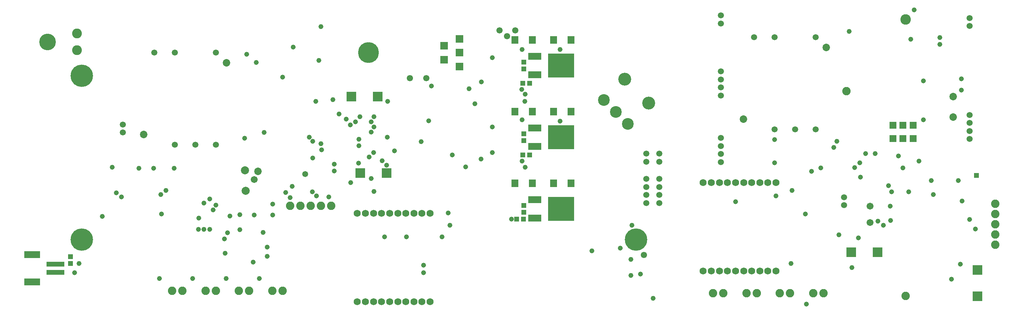
<source format=gbs>
G75*
G70*
%OFA0B0*%
%FSLAX24Y24*%
%IPPOS*%
%LPD*%
%AMOC8*
5,1,8,0,0,1.08239X$1,22.5*
%
%ADD10C,0.0820*%
%ADD11R,0.0966X0.0966*%
%ADD12R,0.0513X0.0513*%
%ADD13R,0.0678X0.0722*%
%ADD14R,0.1261X0.0710*%
%ADD15R,0.2550X0.2360*%
%ADD16C,0.1261*%
%ADD17C,0.1145*%
%ADD18C,0.0680*%
%ADD19C,0.0595*%
%ADD20C,0.0730*%
%ADD21C,0.0954*%
%ADD22C,0.1619*%
%ADD23R,0.0730X0.0730*%
%ADD24C,0.2030*%
%ADD25R,0.1734X0.0513*%
%ADD26R,0.1537X0.0671*%
%ADD27C,0.0580*%
%ADD28C,0.2180*%
%ADD29R,0.0674X0.0674*%
%ADD30C,0.0476*%
%ADD31C,0.0611*%
%ADD32C,0.0789*%
%ADD33C,0.0671*%
%ADD34C,0.1025*%
%ADD35R,0.0476X0.0476*%
D10*
X014953Y002204D03*
X015953Y002204D03*
X018203Y002204D03*
X019203Y002204D03*
X021453Y002204D03*
X022453Y002204D03*
X024703Y002204D03*
X025703Y002204D03*
X026453Y010504D03*
X027453Y010504D03*
X028453Y010504D03*
X029453Y010504D03*
X030453Y010504D03*
X067653Y001954D03*
X068653Y001954D03*
X070903Y001954D03*
X071903Y001954D03*
X074153Y001954D03*
X075153Y001954D03*
X077403Y001954D03*
X078403Y001954D03*
X086403Y001704D03*
X095153Y006704D03*
X095153Y007704D03*
X095153Y008704D03*
X095153Y009704D03*
X095153Y010704D03*
X080653Y021704D03*
D11*
X035833Y013704D03*
X033274Y013704D03*
X032424Y021154D03*
X034983Y021154D03*
X081124Y005954D03*
X083683Y005954D03*
X093403Y004233D03*
X093403Y001674D03*
D12*
X049788Y015454D03*
X049119Y015454D03*
X049203Y016869D03*
X049203Y017538D03*
X049119Y022454D03*
X049788Y022454D03*
X049203Y023869D03*
X049203Y024538D03*
X049203Y010538D03*
X049203Y009869D03*
X049188Y009204D03*
X048519Y009204D03*
X005053Y005538D03*
X005053Y004869D03*
D13*
X048357Y012704D03*
X050050Y012704D03*
X052107Y012704D03*
X053800Y012704D03*
X053800Y019704D03*
X052107Y019704D03*
X050050Y019704D03*
X048357Y019704D03*
X048357Y026704D03*
X050050Y026704D03*
X052107Y026704D03*
X053800Y026704D03*
D14*
X050293Y025104D03*
X050293Y023304D03*
X050293Y018104D03*
X050293Y016304D03*
X050293Y011104D03*
X050293Y009304D03*
D15*
X052828Y010204D03*
X052828Y017204D03*
X052828Y024204D03*
D16*
X059043Y022884D03*
X061384Y020544D03*
D17*
X058184Y019685D03*
X059351Y018518D03*
X057018Y020851D03*
D18*
X066691Y012784D03*
X067478Y012784D03*
X068265Y012784D03*
X069053Y012784D03*
X069840Y012784D03*
X070628Y012784D03*
X071415Y012784D03*
X072202Y012784D03*
X072990Y012784D03*
X073777Y012784D03*
X073777Y004123D03*
X072990Y004123D03*
X072202Y004123D03*
X071415Y004123D03*
X070628Y004123D03*
X069840Y004123D03*
X069053Y004123D03*
X068265Y004123D03*
X067478Y004123D03*
X066691Y004123D03*
X040077Y001123D03*
X039290Y001123D03*
X038502Y001123D03*
X037715Y001123D03*
X036928Y001123D03*
X036140Y001123D03*
X035353Y001123D03*
X034565Y001123D03*
X033778Y001123D03*
X032991Y001123D03*
X032991Y009784D03*
X033778Y009784D03*
X034565Y009784D03*
X035353Y009784D03*
X036140Y009784D03*
X036928Y009784D03*
X037715Y009784D03*
X038502Y009784D03*
X039290Y009784D03*
X040077Y009784D03*
D19*
X061153Y010772D03*
X062403Y010772D03*
X062403Y011560D03*
X061153Y011560D03*
X061153Y012347D03*
X062403Y012347D03*
X062403Y013135D03*
X061153Y013135D03*
X061153Y014810D03*
X062403Y014810D03*
X062403Y015597D03*
X061153Y015597D03*
X068403Y015560D03*
X068403Y014772D03*
X068403Y016347D03*
X068403Y017135D03*
X073653Y017954D03*
X075653Y017954D03*
X077653Y017954D03*
X068403Y021272D03*
X068403Y022060D03*
X068403Y022847D03*
X068403Y023635D03*
X071653Y026954D03*
X073653Y026954D03*
X077653Y026954D03*
X068403Y028310D03*
X068403Y029097D03*
X092653Y028847D03*
X092653Y028060D03*
X092653Y019385D03*
X092653Y018597D03*
X092653Y017810D03*
X092653Y017022D03*
X080403Y011347D03*
X080403Y010560D03*
X019203Y016454D03*
X017203Y016454D03*
X015203Y016454D03*
X010153Y017660D03*
X010153Y018447D03*
X013203Y025454D03*
X015203Y025454D03*
X019203Y025454D03*
D20*
X020239Y024454D03*
X012168Y017454D03*
X023303Y013854D03*
X070618Y018954D03*
X091053Y019154D03*
X091053Y021154D03*
X078689Y025954D03*
D21*
X005691Y025689D03*
X005691Y027319D03*
D22*
X002802Y026504D03*
D23*
X041453Y026124D03*
X042953Y026794D03*
X042953Y025454D03*
X041453Y024784D03*
X042953Y024114D03*
D24*
X034083Y025454D03*
D25*
X003585Y004797D03*
X003585Y004010D03*
D26*
X001321Y003085D03*
X001321Y005722D03*
D27*
X027903Y013604D03*
D28*
X006153Y007204D03*
X006153Y023204D03*
X060153Y007204D03*
D29*
X085173Y017054D03*
X086153Y017054D03*
X087133Y017054D03*
X087133Y018354D03*
X086153Y018354D03*
X085173Y018354D03*
D30*
X088153Y018904D03*
X091853Y021804D03*
X091853Y022904D03*
X088153Y022704D03*
X089753Y026254D03*
X089758Y026919D03*
X086903Y026754D03*
X080913Y027534D03*
X087228Y029639D03*
X052753Y025754D03*
X049053Y025754D03*
X046153Y024954D03*
X045078Y022604D03*
X043878Y021929D03*
X044453Y020454D03*
X049003Y021854D03*
X049353Y021404D03*
X049303Y020704D03*
X049053Y018904D03*
X046153Y018204D03*
X039953Y018804D03*
X035903Y017204D03*
X034353Y017704D03*
X034603Y018204D03*
X034353Y018704D03*
X034603Y019204D03*
X033253Y019204D03*
X031903Y018954D03*
X032803Y018704D03*
X032303Y018404D03*
X031203Y019454D03*
X030603Y020854D03*
X028953Y020704D03*
X025703Y023054D03*
X023153Y024504D03*
X022203Y025304D03*
X026753Y026004D03*
X029253Y024704D03*
X029453Y028004D03*
X040203Y022204D03*
X035953Y020704D03*
X028303Y017204D03*
X028653Y016804D03*
X029453Y016554D03*
X029503Y015954D03*
X028653Y015154D03*
X030753Y014554D03*
X030753Y013904D03*
X032353Y012754D03*
X034353Y013154D03*
X034603Y011904D03*
X030203Y011354D03*
X029003Y011454D03*
X028603Y011854D03*
X026653Y012404D03*
X026003Y011804D03*
X026453Y011304D03*
X024753Y010654D03*
X024753Y009604D03*
X022953Y009604D03*
X021553Y009634D03*
X020583Y009504D03*
X018953Y010104D03*
X019213Y010554D03*
X018053Y010754D03*
X018603Y011154D03*
X014353Y012004D03*
X013853Y011604D03*
X010003Y011354D03*
X009503Y011754D03*
X013903Y009704D03*
X017553Y009304D03*
X017503Y008204D03*
X018053Y008195D03*
X018603Y008204D03*
X020353Y007854D03*
X021553Y008154D03*
X023803Y007904D03*
X024203Y006454D03*
X024203Y005554D03*
X022853Y005004D03*
X020103Y005854D03*
X020053Y007254D03*
X020203Y003404D03*
X016953Y003404D03*
X013703Y003404D03*
X005863Y004864D03*
X005453Y003984D03*
X008153Y009454D03*
X009103Y014254D03*
X011703Y014154D03*
X013153Y014154D03*
X015153Y014154D03*
X022003Y017104D03*
X023903Y017654D03*
X033153Y017004D03*
X033153Y016354D03*
X034593Y015704D03*
X034153Y015254D03*
X033103Y014654D03*
X035403Y014904D03*
X035853Y014454D03*
X036603Y015854D03*
X039203Y016754D03*
X042253Y015454D03*
X045053Y015054D03*
X046153Y015704D03*
X049053Y014854D03*
X049353Y014254D03*
X043553Y014304D03*
X041853Y009804D03*
X042003Y008604D03*
X041253Y007454D03*
X037773Y007454D03*
X035653Y007454D03*
X039453Y004704D03*
X039453Y003954D03*
X048003Y009204D03*
X055853Y006104D03*
X058603Y006354D03*
X059653Y005254D03*
X060573Y003834D03*
X059653Y003704D03*
X061803Y001454D03*
X075253Y004854D03*
X081178Y004454D03*
X081803Y007379D03*
X079903Y007654D03*
X083703Y009004D03*
X084253Y008604D03*
X084953Y009054D03*
X084903Y010454D03*
X085053Y011854D03*
X086703Y011854D03*
X084753Y012454D03*
X082003Y013304D03*
X081453Y014222D03*
X081953Y014704D03*
X082503Y015604D03*
X083453Y015604D03*
X085703Y015354D03*
X087703Y014854D03*
X086153Y014204D03*
X088903Y012954D03*
X091553Y012964D03*
X089103Y011604D03*
X091903Y010954D03*
X092653Y009154D03*
X093203Y008229D03*
X091753Y004804D03*
X090893Y003324D03*
X076753Y000904D03*
X059753Y008604D03*
X069853Y010904D03*
X073777Y011454D03*
X075353Y012004D03*
X077253Y013854D03*
X078153Y014204D03*
X073653Y014704D03*
X079403Y016204D03*
X079703Y016804D03*
X073653Y016954D03*
X052753Y018754D03*
X076653Y009704D03*
X023453Y003404D03*
D31*
X060903Y005704D03*
X039703Y022954D03*
X038103Y022954D03*
X047578Y027079D03*
X046853Y027629D03*
X048378Y027629D03*
D32*
X022053Y013954D03*
X022103Y011954D03*
D33*
X022953Y013054D03*
X082953Y010454D03*
X082953Y008854D03*
D34*
X086403Y028704D03*
D35*
X093313Y013454D03*
M02*

</source>
